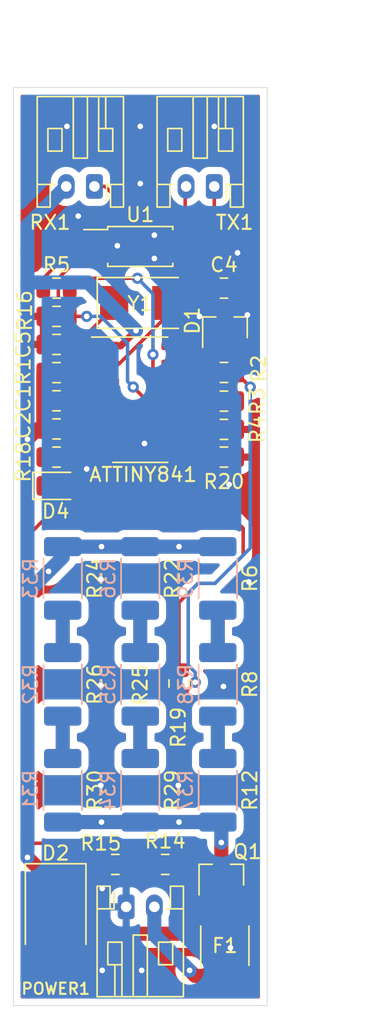
<source format=kicad_pcb>
(kicad_pcb (version 20211014) (generator pcbnew)
  (layers (0 "F.Cu" signal) (31 "B.Cu" signal) (34 "B.Paste" user) (35 "F.Paste" user) (36 "B.SilkS" user "B.Silkscreen") (37 "F.SilkS" user "F.Silkscreen") (38 "B.Mask" user) (39 "F.Mask" user) (44 "Edge.Cuts" user))
  (net 0 "")
  (net 1 "GND")
  (net 2 "VREF")
  (net 3 "TXD0")
  (net 4 "RXD0")
  (net 5 "Net-(ATTINY841-Pad10)")
  (net 6 "SCK")
  (net 7 "MISO")
  (net 8 "Net-(ATTINY841-Pad7)")
  (net 9 "ENABLE")
  (net 10 "DUMP_LOAD_ENABLE")
  (net 11 "Net-(ATTINY841-Pad4)")
  (net 12 "Net-(ATTINY841-Pad3)")
  (net 13 "Net-(ATTINY841-Pad2)")
  (net 14 "VCC")
  (net 15 "Net-(D4-Pad1)")
  (net 16 "Net-(F1-Pad2)")
  (net 17 "Net-(Q1-Pad3)")
  (net 18 "Net-(Q1-Pad1)")
  (net 19 "Net-(R5-Pad1)")
  (net 20 "Net-(R6-Pad2)")
  (net 21 "Net-(R12-Pad1)")
  (net 22 "Net-(R22-Pad2)")
  (net 23 "Net-(R24-Pad2)")
  (net 24 "Net-(R25-Pad2)")
  (net 25 "Net-(R26-Pad2)")
  (net 26 "Net-(TX1-Pad2)")
  (net 27 "Net-(TX1-Pad1)")
  (net 28 "Net-(R31-Pad1)")
  (net 29 "Net-(R32-Pad1)")
  (net 30 "Net-(R34-Pad1)")
  (net 31 "Net-(R35-Pad1)")
  (net 32 "Net-(R37-Pad1)")
  (net 33 "Net-(R38-Pad1)")
  (footprint "Package_SO:SOIC-14_3.9x8.7mm_P1.27mm" (layer "F.Cu") (at 130 64.1)
    (fp_text reference "ATTINY841" (at 0.2 5.3) (layer "F.SilkS"))
    (fp_text value "ATtiny841-SSU")
    (pad "1" smd roundrect locked (at -2.475 -3.81) (size 1.95 0.6) (layers "F.Cu" "F.Paste" "F.Mask") (net 14 "VCC"))
    (pad "2" smd roundrect locked (at -2.475 -2.54) (size 1.95 0.6) (layers "F.Cu" "F.Paste" "F.Mask") (net 13 "Net-(ATTINY841-Pad2)"))
    (pad "3" smd roundrect locked (at -2.475 -1.27) (size 1.95 0.6) (layers "F.Cu" "F.Paste" "F.Mask") (net 12 "Net-(ATTINY841-Pad3)"))
    (pad "4" smd roundrect locked (at -2.475 0) (size 1.95 0.6) (layers "F.Cu" "F.Paste" "F.Mask") (net 11 "Net-(ATTINY841-Pad4)"))
    (pad "5" smd roundrect locked (at -2.475 1.27) (size 1.95 0.6) (layers "F.Cu" "F.Paste" "F.Mask") (net 10 "DUMP_LOAD_ENABLE"))
    (pad "6" smd roundrect locked (at -2.475 2.54) (size 1.95 0.6) (layers "F.Cu" "F.Paste" "F.Mask") (net 9 "ENABLE"))
    (pad "7" smd roundrect locked (at -2.475 3.81) (size 1.95 0.6) (layers "F.Cu" "F.Paste" "F.Mask") (net 8 "Net-(ATTINY841-Pad7)"))
    (pad "8" smd roundrect locked (at 2.475 3.81) (size 1.95 0.6) (layers "F.Cu" "F.Paste" "F.Mask") (net 7 "MISO"))
    (pad "9" smd roundrect locked (at 2.475 2.54) (size 1.95 0.6) (layers "F.Cu" "F.Paste" "F.Mask") (net 6 "SCK"))
    (pad "10" smd roundrect locked (at 2.475 1.27) (size 1.95 0.6) (layers "F.Cu" "F.Paste" "F.Mask") (net 5 "Net-(ATTINY841-Pad10)"))
    (pad "11" smd roundrect locked (at 2.475 0) (size 1.95 0.6) (layers "F.Cu" "F.Paste" "F.Mask") (net 4 "RXD0"))
    (pad "12" smd roundrect locked (at 2.475 -1.27) (size 1.95 0.6) (layers "F.Cu" "F.Paste" "F.Mask") (net 3 "TXD0"))
    (pad "13" smd roundrect locked (at 2.475 -2.54) (size 1.95 0.6) (layers "F.Cu" "F.Paste" "F.Mask") (net 2 "VREF"))
    (pad "14" smd roundrect locked (at 2.475 -3.81) (size 1.95 0.6) (layers "F.Cu" "F.Paste" "F.Mask") (net 1 "GND"))
  )
  (footprint "Capacitor_SMD:C_0805_2012Metric" (layer "F.Cu") (at 124.0625 66.167855)
    (fp_text reference "C2" (at -2.3625 -0.267855 90) (layer "F.SilkS"))
    (fp_text value "1uF")
    (pad "1" smd roundrect locked (at -0.9375 0) (size 0.975 1.4) (layers "F.Cu" "F.Paste" "F.Mask") (net 14 "VCC"))
    (pad "2" smd roundrect locked (at 0.9375 0) (size 0.975 1.4) (layers "F.Cu" "F.Paste" "F.Mask") (net 1 "GND"))
  )
  (footprint "Capacitor_SMD:C_0805_2012Metric" (layer "F.Cu") (at 124.0625 60.187142 180)
    (fp_text reference "C5" (at 2.3625 -0.012858 90) (layer "F.SilkS"))
    (fp_text value "22pF")
    (pad "1" smd roundrect locked (at -0.9375 0 180) (size 0.975 1.4) (layers "F.Cu" "F.Paste" "F.Mask") (net 12 "Net-(ATTINY841-Pad3)"))
    (pad "2" smd roundrect locked (at 0.9375 0 180) (size 0.975 1.4) (layers "F.Cu" "F.Paste" "F.Mask") (net 1 "GND"))
  )
  (footprint "Diode_SMD:D_SMB" (layer "F.Cu") (at 124 100.5 -90)
    (fp_text reference "D2" (at -4.3 0 180) (layer "F.SilkS"))
    (fp_text value "SMBJ5.0A")
    (pad "1" smd rect locked (at -2.15 0 270) (size 2.5 2.3) (layers "F.Cu" "F.Paste" "F.Mask") (net 14 "VCC"))
    (pad "2" smd rect locked (at 2.15 0 270) (size 2.5 2.3) (layers "F.Cu" "F.Paste" "F.Mask") (net 1 "GND"))
  )
  (footprint "Fuse:Fuse_1812_4532Metric" (layer "F.Cu") (at 136 102.75 -90)
    (fp_text reference "F1" (at 0 0 180) (layer "F.SilkS"))
    (fp_text value "mSMD150")
    (pad "1" smd roundrect locked (at -2.1375 0 270) (size 1.125 3.4) (layers "F.Cu" "F.Paste" "F.Mask") (roundrect_rratio 0.222222) (net 14 "VCC"))
    (pad "2" smd roundrect locked (at 2.1375 0 270) (size 1.125 3.4) (layers "F.Cu" "F.Paste" "F.Mask") (roundrect_rratio 0.222222) (net 16 "Net-(F1-Pad2)"))
  )
  (footprint "Connector_JST:JST_PH_S2B-PH-K_1x02_P2.00mm_Horizontal" (layer "F.Cu") (at 129 100)
    (fp_text reference "POWER1" (at -5 5.8 180) (layer "F.SilkS") (effects (font (size 0.8 0.8))))
    (fp_text value "Battery")
    (pad "1" thru_hole roundrect locked (at 0 0) (size 1.2 1.75) (drill 0.75) (layers *.Cu *.Mask) (roundrect_rratio 0.208333) (net 1 "GND"))
    (pad "2" thru_hole oval locked (at 2 0) (size 1.2 1.75) (drill 0.75) (layers *.Cu *.Mask) (net 16 "Net-(F1-Pad2)"))
  )
  (footprint "Package_TO_SOT_SMD:SOT-23" (layer "F.Cu") (at 135.75 97.75 90)
    (fp_text reference "Q1" (at 1.65 1.85 180) (layer "F.SilkS"))
    (fp_text value "AO3400A")
    (pad "1" smd rect locked (at -1 -0.95 90) (size 0.9 0.8) (layers "F.Cu" "F.Paste" "F.Mask") (net 18 "Net-(Q1-Pad1)"))
    (pad "2" smd rect locked (at -1 0.95 90) (size 0.9 0.8) (layers "F.Cu" "F.Paste" "F.Mask") (net 1 "GND"))
    (pad "3" smd rect locked (at 1 0 90) (size 0.9 0.8) (layers "F.Cu" "F.Paste" "F.Mask") (net 17 "Net-(Q1-Pad3)"))
  )
  (footprint "Resistor_SMD:R_0805_2012Metric" (layer "F.Cu") (at 135.9375 64.2)
    (fp_text reference "R3" (at 2.3625 0 90) (layer "F.SilkS"))
    (fp_text value "6.8K")
    (pad "1" smd roundrect locked (at -0.9375 0) (size 0.975 1.4) (layers "F.Cu" "F.Paste" "F.Mask") (net 9 "ENABLE"))
    (pad "2" smd roundrect locked (at 0.9375 0) (size 0.975 1.4) (layers "F.Cu" "F.Paste" "F.Mask") (net 5 "Net-(ATTINY841-Pad10)"))
  )
  (footprint "Resistor_SMD:R_0805_2012Metric" (layer "F.Cu") (at 135.9375 66.2)
    (fp_text reference "R4" (at 2.3625 0 90) (layer "F.SilkS"))
    (fp_text value "2.7K")
    (pad "1" smd roundrect locked (at -0.9375 0) (size 0.975 1.4) (layers "F.Cu" "F.Paste" "F.Mask") (net 5 "Net-(ATTINY841-Pad10)"))
    (pad "2" smd roundrect locked (at 0.9375 0) (size 0.975 1.4) (layers "F.Cu" "F.Paste" "F.Mask") (net 1 "GND"))
  )
  (footprint "Resistor_SMD:R_0805_2012Metric" (layer "F.Cu") (at 124.0625 56.2)
    (fp_text reference "R5" (at 0 -1.65) (layer "F.SilkS"))
    (fp_text value "220OHMS")
    (pad "1" smd roundrect locked (at -0.9375 0) (size 0.975 1.4) (layers "F.Cu" "F.Paste" "F.Mask") (net 19 "Net-(R5-Pad1)"))
    (pad "2" smd roundrect locked (at 0.9375 0) (size 0.975 1.4) (layers "F.Cu" "F.Paste" "F.Mask") (net 3 "TXD0"))
  )
  (footprint "Resistor_SMD:R_2010_5025Metric" (layer "F.Cu") (at 135.5 84.25 -90)
    (fp_text reference "R8" (at 0 -2.28 90) (layer "F.SilkS"))
    (fp_text value "3.3OHM 3/4W")
    (pad "1" smd roundrect locked (at -2.25 0 270) (size 1.35 2.65) (layers "F.Cu" "F.Paste" "F.Mask") (roundrect_rratio 0.185185) (net 20 "Net-(R6-Pad2)"))
    (pad "2" smd roundrect locked (at 2.25 0 270) (size 1.35 2.65) (layers "F.Cu" "F.Paste" "F.Mask") (roundrect_rratio 0.185185) (net 21 "Net-(R12-Pad1)"))
  )
  (footprint "Resistor_SMD:R_2010_5025Metric" (layer "F.Cu") (at 135.5 91.75 -90)
    (fp_text reference "R12" (at 0 -2.28 90) (layer "F.SilkS"))
    (fp_text value "3.3OHM 3/4W")
    (pad "1" smd roundrect locked (at -2.25 0 270) (size 1.35 2.65) (layers "F.Cu" "F.Paste" "F.Mask") (roundrect_rratio 0.185185) (net 21 "Net-(R12-Pad1)"))
    (pad "2" smd roundrect locked (at 2.25 0 270) (size 1.35 2.65) (layers "F.Cu" "F.Paste" "F.Mask") (roundrect_rratio 0.185185) (net 17 "Net-(Q1-Pad3)"))
  )
  (footprint "Resistor_SMD:R_0805_2012Metric" (layer "F.Cu") (at 124.0625 58.2)
    (fp_text reference "R16" (at -2.2625 -0.4 270) (layer "F.SilkS"))
    (fp_text value "4.7KOHMS")
    (pad "1" smd roundrect locked (at -0.9375 0) (size 0.975 1.4) (layers "F.Cu" "F.Paste" "F.Mask") (net 1 "GND"))
    (pad "2" smd roundrect locked (at 0.9375 0) (size 0.975 1.4) (layers "F.Cu" "F.Paste" "F.Mask") (net 4 "RXD0"))
  )
  (footprint "Resistor_SMD:R_0805_2012Metric" (layer "F.Cu") (at 124.0625 68.161426 180)
    (fp_text reference "R18" (at 2.3625 -0.338574 90) (layer "F.SilkS"))
    (fp_text value "2.2KOHMS")
    (pad "1" smd roundrect locked (at -0.9375 0 180) (size 0.975 1.4) (layers "F.Cu" "F.Paste" "F.Mask") (net 1 "GND"))
    (pad "2" smd roundrect locked (at 0.9375 0 180) (size 0.975 1.4) (layers "F.Cu" "F.Paste" "F.Mask") (net 15 "Net-(D4-Pad1)"))
  )
  (footprint "Resistor_SMD:R_0805_2012Metric" (layer "F.Cu") (at 132.75 84.1875 90)
    (fp_text reference "R19" (at -3.1125 -0.05 90) (layer "F.SilkS"))
    (fp_text value "CMFB103F3950FANT")
    (pad "1" smd roundrect locked (at -0.9375 0 90) (size 0.975 1.4) (layers "F.Cu" "F.Paste" "F.Mask") (net 2 "VREF"))
    (pad "2" smd roundrect locked (at 0.9375 0 90) (size 0.975 1.4) (layers "F.Cu" "F.Paste" "F.Mask") (net 6 "SCK"))
  )
  (footprint "Resistor_SMD:R_0805_2012Metric" (layer "F.Cu") (at 135.9375 68.161426)
    (fp_text reference "R20" (at 0 1.738574) (layer "F.SilkS"))
    (fp_text value "10KOHMS")
    (pad "1" smd roundrect locked (at -0.9375 0) (size 0.975 1.4) (layers "F.Cu" "F.Paste" "F.Mask") (net 6 "SCK"))
    (pad "2" smd roundrect locked (at 0.9375 0) (size 0.975 1.4) (layers "F.Cu" "F.Paste" "F.Mask") (net 1 "GND"))
  )
  (footprint "Resistor_SMD:R_2010_5025Metric" (layer "F.Cu") (at 130 84.25 -90)
    (fp_text reference "R25" (at 0.05 0 90) (layer "F.SilkS"))
    (fp_text value "3.3OHM 3/4W")
    (pad "1" smd roundrect locked (at -2.25 0 270) (size 1.35 2.65) (layers "F.Cu" "F.Paste" "F.Mask") (roundrect_rratio 0.185185) (net 22 "Net-(R22-Pad2)"))
    (pad "2" smd roundrect locked (at 2.25 0 270) (size 1.35 2.65) (layers "F.Cu" "F.Paste" "F.Mask") (roundrect_rratio 0.185185) (net 24 "Net-(R25-Pad2)"))
  )
  (footprint "Resistor_SMD:R_2010_5025Metric" (layer "F.Cu") (at 124.5 84.25 -90)
    (fp_text reference "R26" (at 0 -2.28 90) (layer "F.SilkS"))
    (fp_text value "3.3OHM 3/4W")
    (pad "1" smd roundrect locked (at -2.25 0 270) (size 1.35 2.65) (layers "F.Cu" "F.Paste" "F.Mask") (roundrect_rratio 0.185185) (net 23 "Net-(R24-Pad2)"))
    (pad "2" smd roundrect locked (at 2.25 0 270) (size 1.35 2.65) (layers "F.Cu" "F.Paste" "F.Mask") (roundrect_rratio 0.185185) (net 25 "Net-(R26-Pad2)"))
  )
  (footprint "Resistor_SMD:R_2010_5025Metric" (layer "F.Cu") (at 130 91.75 -90)
    (fp_text reference "R29" (at 0 -2.28 90) (layer "F.SilkS"))
    (fp_text value "3.3OHM 3/4W")
    (pad "1" smd roundrect locked (at -2.25 0 270) (size 1.35 2.65) (layers "F.Cu" "F.Paste" "F.Mask") (roundrect_rratio 0.185185) (net 24 "Net-(R25-Pad2)"))
    (pad "2" smd roundrect locked (at 2.25 0 270) (size 1.35 2.65) (layers "F.Cu" "F.Paste" "F.Mask") (roundrect_rratio 0.185185) (net 17 "Net-(Q1-Pad3)"))
  )
  (footprint "Resistor_SMD:R_2010_5025Metric" (layer "F.Cu") (at 124.5 91.75 -90)
    (fp_text reference "R30" (at 0 -2.28 90) (layer "F.SilkS"))
    (fp_text value "3.3OHM 3/4W")
    (pad "1" smd roundrect locked (at -2.25 0 270) (size 1.35 2.65) (layers "F.Cu" "F.Paste" "F.Mask") (roundrect_rratio 0.185185) (net 25 "Net-(R26-Pad2)"))
    (pad "2" smd roundrect locked (at 2.25 0 270) (size 1.35 2.65) (layers "F.Cu" "F.Paste" "F.Mask") (roundrect_rratio 0.185185) (net 17 "Net-(Q1-Pad3)"))
  )
  (footprint "Connector_JST:JST_PH_S2B-PH-K_1x02_P2.00mm_Horizontal" (layer "F.Cu") (at 126.75 49 180)
    (fp_text reference "RX1" (at 3.15 -2.55) (layer "F.SilkS"))
    (fp_text value "RX Connector")
    (pad "1" thru_hole roundrect locked (at 0 0 180) (size 1.2 1.75) (drill 0.75) (layers *.Cu *.Mask) (roundrect_rratio 0.208333) (net 4 "RXD0"))
    (pad "2" thru_hole oval locked (at 2 0 180) (size 1.2 1.75) (drill 0.75) (layers *.Cu *.Mask) (net 14 "VCC"))
  )
  (footprint "Connector_JST:JST_PH_S2B-PH-K_1x02_P2.00mm_Horizontal" (layer "F.Cu") (at 135.25 49 180)
    (fp_text reference "TX1" (at -1.45 -2.55) (layer "F.SilkS"))
    (fp_text value "TX Connector")
    (pad "1" thru_hole roundrect locked (at 0 0 180) (size 1.2 1.75) (drill 0.75) (layers *.Cu *.Mask) (roundrect_rratio 0.208333) (net 27 "Net-(TX1-Pad1)"))
    (pad "2" thru_hole oval locked (at 2 0 180) (size 1.2 1.75) (drill 0.75) (layers *.Cu *.Mask) (net 26 "Net-(TX1-Pad2)"))
  )
  (footprint "Crystal:Crystal_SMD_5032-2Pin_5.0x3.2mm" (layer "F.Cu") (at 130 57.25)
    (fp_text reference "Y1" (at 0 0.05) (layer "F.SilkS"))
    (fp_text value "8MHZ Ceramic Resonator")
    (pad "1" smd rect locked (at -1.85 0) (size 2 2.4) (layers "F.Cu" "F.Paste" "F.Mask") (net 12 "Net-(ATTINY841-Pad3)"))
    (pad "2" smd rect locked (at 1.85 0) (size 2 2.4) (layers "F.Cu" "F.Paste" "F.Mask") (net 13 "Net-(ATTINY841-Pad2)"))
  )
  (footprint "LED_SMD:LED_0805_2012Metric" (layer "F.Cu") (at 124.0625 70.2)
    (fp_text reference "D4" (at -0.0625 1.8) (layer "F.SilkS"))
    (fp_text value "Blue")
    (pad "1" smd roundrect locked (at -0.9375 0) (size 0.975 1.4) (layers "F.Cu" "F.Paste" "F.Mask") (net 15 "Net-(D4-Pad1)"))
    (pad "2" smd roundrect locked (at 0.9375 0) (size 0.975 1.4) (layers "F.Cu" "F.Paste" "F.Mask") (net 8 "Net-(ATTINY841-Pad7)"))
  )
  (footprint "Resistor_SMD:R_2010_5025Metric" (layer "F.Cu") (at 124.5 76.75 -90)
    (fp_text reference "R24" (at 0 -2.28 90) (layer "F.SilkS"))
    (fp_text value "3.3OHM 3/4W")
    (pad "1" smd roundrect locked (at -2.25 0 270) (size 1.35 2.65) (layers "F.Cu" "F.Paste" "F.Mask") (roundrect_rratio 0.185185) (net 14 "VCC"))
    (pad "2" smd roundrect locked (at 2.25 0 270) (size 1.35 2.65) (layers "F.Cu" "F.Paste" "F.Mask") (roundrect_rratio 0.185185) (net 23 "Net-(R24-Pad2)"))
  )
  (footprint "Resistor_SMD:R_2010_5025Metric" (layer "F.Cu") (at 135.5 76.75 -90)
    (fp_text reference "R6" (at 0 -2.28 90) (layer "F.SilkS"))
    (fp_text value "3.3OHM 3/4W")
    (pad "1" smd roundrect locked (at -2.25 0 270) (size 1.35 2.65) (layers "F.Cu" "F.Paste" "F.Mask") (roundrect_rratio 0.185185) (net 14 "VCC"))
    (pad "2" smd roundrect locked (at 2.25 0 270) (size 1.35 2.65) (layers "F.Cu" "F.Paste" "F.Mask") (roundrect_rratio 0.185185) (net 20 "Net-(R6-Pad2)"))
  )
  (footprint "Resistor_SMD:R_2010_5025Metric" (layer "F.Cu") (at 130 76.75 -90)
    (fp_text reference "R22" (at 0 -2.28 90) (layer "F.SilkS"))
    (fp_text value "3.3OHM 3/4W")
    (pad "1" smd roundrect locked (at -2.25 0 270) (size 1.35 2.65) (layers "F.Cu" "F.Paste" "F.Mask") (roundrect_rratio 0.185185) (net 14 "VCC"))
    (pad "2" smd roundrect locked (at 2.25 0 270) (size 1.35 2.65) (layers "F.Cu" "F.Paste" "F.Mask") (roundrect_rratio 0.185185) (net 22 "Net-(R22-Pad2)"))
  )
  (footprint "Capacitor_SMD:C_0805_2012Metric" (layer "F.Cu") (at 135.9375 56.2)
    (fp_text reference "C4" (at 0 -1.65) (layer "F.SilkS"))
    (fp_text value "22pF")
    (pad "1" smd roundrect locked (at -0.9375 0) (size 0.975 1.4) (layers "F.Cu" "F.Paste" "F.Mask") (net 13 "Net-(ATTINY841-Pad2)"))
    (pad "2" smd roundrect locked (at 0.9375 0) (size 0.975 1.4) (layers "F.Cu" "F.Paste" "F.Mask") (net 1 "GND"))
  )
  (footprint "Capacitor_SMD:C_0805_2012Metric" (layer "F.Cu") (at 124.0625 64.174284)
    (fp_text reference "C1" (at -2.3625 -0.174284 90) (layer "F.SilkS"))
    (fp_text value "100nF")
    (pad "1" smd roundrect locked (at -0.9375 0) (size 0.975 1.4) (layers "F.Cu" "F.Paste" "F.Mask") (net 14 "VCC"))
    (pad "2" smd roundrect locked (at 0.9375 0) (size 0.975 1.4) (layers "F.Cu" "F.Paste" "F.Mask") (net 1 "GND"))
  )
  (footprint "Package_SO:SOP-4_4.4x2.6mm_P1.27mm" (layer "F.Cu") (at 130 53.25)
    (fp_text reference "U1" (at 0 -2.25) (layer "F.SilkS"))
    (fp_text value "EL3H7(B)(TA)-G")
    (pad "1" smd roundrect locked (at -3.1875 -0.635) (size 1.625 0.6) (layers "F.Cu" "F.Paste" "F.Mask") (net 19 "Net-(R5-Pad1)"))
    (pad "2" smd roundrect locked (at -3.1875 0.635) (size 1.625 0.6) (layers "F.Cu" "F.Paste" "F.Mask") (net 1 "GND"))
    (pad "3" smd roundrect locked (at 3.1875 0.635) (size 1.625 0.6) (layers "F.Cu" "F.Paste" "F.Mask") (net 27 "Net-(TX1-Pad1)"))
    (pad "4" smd roundrect locked (at 3.1875 -0.635) (size 1.625 0.6) (layers "F.Cu" "F.Paste" "F.Mask") (net 26 "Net-(TX1-Pad2)"))
  )
  (footprint "Resistor_SMD:R_0805_2012Metric" (layer "F.Cu") (at 124.0625 62.180713)
    (fp_text reference "R1" (at -2.3625 -0.080713 90) (layer "F.SilkS"))
    (fp_text value "10KOHMS")
    (pad "1" smd roundrect locked (at -0.9375 0) (size 0.975 1.4) (layers "F.Cu" "F.Paste" "F.Mask") (net 14 "VCC"))
    (pad "2" smd roundrect locked (at 0.9375 0) (size 0.975 1.4) (layers "F.Cu" "F.Paste" "F.Mask") (net 11 "Net-(ATTINY841-Pad4)"))
  )
  (footprint "Resistor_SMD:R_0805_2012Metric" (layer "F.Cu") (at 135.9375 62.17)
    (fp_text reference "R2" (at 2.4625 -0.27 90) (layer "F.SilkS"))
    (fp_text value "1KOHMS")
    (pad "1" smd roundrect locked (at -0.9375 0) (size 0.975 1.4) (layers "F.Cu" "F.Paste" "F.Mask") (net 9 "ENABLE"))
    (pad "2" smd roundrect locked (at 0.9375 0) (size 0.975 1.4) (layers "F.Cu" "F.Paste" "F.Mask") (net 2 "VREF"))
  )
  (footprint "Package_TO_SOT_SMD:SOT-23" (layer "F.Cu") (at 136.0075 59 90)
    (fp_text reference "D1" (at 0.5 -2.3075 90) (layer "F.SilkS"))
    (fp_text value "AZ432ANTR-E1")
    (pad "1" smd rect locked (at -1 -0.95 90) (size 0.9 0.8) (layers "F.Cu" "F.Paste" "F.Mask") (net 2 "VREF"))
    (pad "2" smd rect locked (at -1 0.95 90) (size 0.9 0.8) (layers "F.Cu" "F.Paste" "F.Mask") (net 2 "VREF"))
    (pad "3" smd rect locked (at 1 0 90) (size 0.9 0.8) (layers "F.Cu" "F.Paste" "F.Mask") (net 1 "GND"))
  )
  (footprint "Resistor_SMD:R_0805_2012Metric" (layer "F.Cu") (at 131.77 97)
    (fp_text reference "R14" (at 0 -1.65) (layer "F.SilkS"))
    (fp_text value "510OHMS")
    (pad "1" smd roundrect locked (at -0.9375 0) (size 0.975 1.4) (layers "F.Cu" "F.Paste" "F.Mask") (net 18 "Net-(Q1-Pad1)"))
    (pad "2" smd roundrect locked (at 0.9375 0) (size 0.975 1.4) (layers "F.Cu" "F.Paste" "F.Mask") (net 10 "DUMP_LOAD_ENABLE"))
  )
  (footprint "Resistor_SMD:R_0805_2012Metric" (layer "F.Cu") (at 128.23 97 180)
    (fp_text reference "R15" (at 1.03 1.5) (layer "F.SilkS"))
    (fp_text value "10KOHMS")
    (pad "1" smd roundrect locked (at -0.9375 0 180) (size 0.975 1.4) (layers "F.Cu" "F.Paste" "F.Mask") (net 18 "Net-(Q1-Pad1)"))
    (pad "2" smd roundrect locked (at 0.9375 0 180) (size 0.975 1.4) (layers "F.Cu" "F.Paste" "F.Mask") (net 1 "GND"))
  )
  (footprint "Resistor_SMD:R_2010_5025Metric" (layer "B.Cu") (at 124.5 84.25 -90)
    (fp_text reference "R32" (at 0 2.28 -90) (layer "B.SilkS") (effects (justify mirror)))
    (fp_text value "3.3OHM 3/4W")
    (pad "1" smd roundrect locked (at -2.25 0 270) (size 1.35 2.65) (layers "B.Cu" "B.Paste" "B.Mask") (roundrect_rratio 0.185185) (net 29 "Net-(R32-Pad1)"))
    (pad "2" smd roundrect locked (at 2.25 0 270) (size 1.35 2.65) (layers "B.Cu" "B.Paste" "B.Mask") (roundrect_rratio 0.185185) (net 28 "Net-(R31-Pad1)"))
  )
  (footprint "Resistor_SMD:R_2010_5025Metric" (layer "B.Cu") (at 135.5 76.75 -90)
    (fp_text reference "R39" (at 0 2.28 -90) (layer "B.SilkS") (effects (justify mirror)))
    (fp_text value "3.3OHM 3/4W")
    (pad "1" smd roundrect locked (at -2.25 0 270) (size 1.35 2.65) (layers "B.Cu" "B.Paste" "B.Mask") (roundrect_rratio 0.185185) (net 14 "VCC"))
    (pad "2" smd roundrect locked (at 2.25 0 270) (size 1.35 2.65) (layers "B.Cu" "B.Paste" "B.Mask") (roundrect_rratio 0.185185) (net 33 "Net-(R38-Pad1)"))
  )
  (footprint "Resistor_SMD:R_2010_5025Metric" (layer "B.Cu") (at 124.5 76.75 -90)
    (fp_text reference "R33" (at 0 2.28 -90) (layer "B.SilkS") (effects (justify mirror)))
    (fp_text value "3.3OHM 3/4W")
    (pad "1" smd roundrect locked (at -2.25 0 270) (size 1.35 2.65) (layers "B.Cu" "B.Paste" "B.Mask") (roundrect_rratio 0.185185) (net 14 "VCC"))
    (pad "2" smd roundrect locked (at 2.25 0 270) (size 1.35 2.65) (layers "B.Cu" "B.Paste" "B.Mask") (roundrect_rratio 0.185185) (net 29 "Net-(R32-Pad1)"))
  )
  (footprint "Resistor_SMD:R_2010_5025Metric" (layer "B.Cu") (at 124.5 91.75 -90)
    (fp_text reference "R31" (at 0 2.28 -90) (layer "B.SilkS") (effects (justify mirror)))
    (fp_text value "3.3OHM 3/4W")
    (pad "1" smd roundrect locked (at -2.25 0 270) (size 1.35 2.65) (layers "B.Cu" "B.Paste" "B.Mask") (roundrect_rratio 0.185185) (net 28 "Net-(R31-Pad1)"))
    (pad "2" smd roundrect locked (at 2.25 0 270) (size 1.35 2.65) (layers "B.Cu" "B.Paste" "B.Mask") (roundrect_rratio 0.185185) (net 17 "Net-(Q1-Pad3)"))
  )
  (footprint "Resistor_SMD:R_2010_5025Metric" (layer "B.Cu") (at 130 76.75 -90)
    (fp_text reference "R36" (at 0 2.28 -90) (layer "B.SilkS") (effects (justify mirror)))
    (fp_text value "3.3OHM 3/4W")
    (pad "1" smd roundrect locked (at -2.25 0 270) (size 1.35 2.65) (layers "B.Cu" "B.Paste" "B.Mask") (roundrect_rratio 0.185185) (net 14 "VCC"))
    (pad "2" smd roundrect locked (at 2.25 0 270) (size 1.35 2.65) (layers "B.Cu" "B.Paste" "B.Mask") (roundrect_rratio 0.185185) (net 31 "Net-(R35-Pad1)"))
  )
  (footprint "Resistor_SMD:R_2010_5025Metric" (layer "B.Cu") (at 135.5 84.25 -90)
    (fp_text reference "R38" (at 0 2.28 -90) (layer "B.SilkS") (effects (justify mirror)))
    (fp_text value "3.3OHM 3/4W")
    (pad "1" smd roundrect locked (at -2.25 0 270) (size 1.35 2.65) (layers "B.Cu" "B.Paste" "B.Mask") (roundrect_rratio 0.185185) (net 33 "Net-(R38-Pad1)"))
    (pad "2" smd roundrect locked (at 2.25 0 270) (size 1.35 2.65) (layers "B.Cu" "B.Paste" "B.Mask") (roundrect_rratio 0.185185) (net 32 "Net-(R37-Pad1)"))
  )
  (footprint "Resistor_SMD:R_2010_5025Metric" (layer "B.Cu") (at 130 84.25 -90)
    (fp_text reference "R35" (at 0 2.28 -90) (layer "B.SilkS") (effects (justify mirror)))
    (fp_text value "3.3OHM 3/4W")
    (pad "1" smd roundrect locked (at -2.25 0 270) (size 1.35 2.65) (layers "B.Cu" "B.Paste" "B.Mask") (roundrect_rratio 0.185185) (net 31 "Net-(R35-Pad1)"))
    (pad "2" smd roundrect locked (at 2.25 0 270) (size 1.35 2.65) (layers "B.Cu" "B.Paste" "B.Mask") (roundrect_rratio 0.185185) (net 30 "Net-(R34-Pad1)"))
  )
  (footprint "Resistor_SMD:R_2010_5025Metric" (layer "B.Cu") (at 130 91.75 -90)
    (fp_text reference "R34" (at 0 2.28 -90) (layer "B.SilkS") (effects (justify mirror)))
    (fp_text value "3.3OHM 3/4W")
    (pad "1" smd roundrect locked (at -2.25 0 270) (size 1.35 2.65) (layers "B.Cu" "B.Paste" "B.Mask") (roundrect_rratio 0.185185) (net 30 "Net-(R34-Pad1)"))
    (pad "2" smd roundrect locked (at 2.25 0 270) (size 1.35 2.65) (layers "B.Cu" "B.Paste" "B.Mask") (roundrect_rratio 0.185185) (net 17 "Net-(Q1-Pad3)"))
  )
  (footprint "Resistor_SMD:R_2010_5025Metric" (layer "B.Cu") (at 135.5 91.75 -90)
    (fp_text reference "R37" (at 0 2.28 -90) (layer "B.SilkS") (effects (justify mirror)))
    (fp_text value "3.3OHM 3/4W")
    (pad "1" smd roundrect locked (at -2.25 0 270) (size 1.35 2.65) (layers "B.Cu" "B.Paste" "B.Mask") (roundrect_rratio 0.185185) (net 32 "Net-(R37-Pad1)"))
    (pad "2" smd roundrect locked (at 2.25 0 270) (size 1.35 2.65) (layers "B.Cu" "B.Paste" "B.Mask") (roundrect_rratio 0.185185) (net 17 "Net-(Q1-Pad3)"))
  )
  (gr_line (start 121 107) (end 121 42) (layer "Edge.Cuts") (width 0.05))
  (gr_line (start 121 42) (end 139 42) (layer "Edge.Cuts") (width 0.05))
  (gr_line (start 139 42) (end 139 107) (layer "Edge.Cuts") (width 0.05))
  (gr_line (start 139 107) (end 121 107) (layer "Edge.Cuts") (width 0.05))
  (segment (start 124 101.9) (end 123.9 101.9) (width 0.25) (layer "F.Cu") (net 1))
  (segment (start 136.0075 58) (end 136.0075 57.0675) (width 0.25) (layer "F.Cu") (net 1))
  (segment (start 125.161426 68.161426) (end 126.1 69.1) (width 0.5) (layer "F.Cu") (net 1))
  (segment (start 126.2 69) (end 125.838574 69) (width 0.5) (layer "F.Cu") (net 1))
  (segment (start 125.838574 69) (end 125 68.161426) (width 0.5) (layer "F.Cu") (net 1))
  (segment (start 125 68.161426) (end 125.161426 68.161426) (width 0.25) (layer "F.Cu") (net 1))
  (segment (start 123.125 60.187142) (end 123.95001 61.012152) (width 0.25) (layer "F.Cu") (net 1))
  (segment (start 125 66.167855) (end 125 64.174284) (width 0.25) (layer "F.Cu") (net 1))
  (segment (start 123.95001 63.124294) (end 125 64.174284) (width 0.25) (layer "F.Cu") (net 1))
  (segment (start 136.0075 57.0675) (end 136.875 56.2) (width 0.25) (layer "F.Cu") (net 1))
  (segment (start 123.95001 61.012152) (end 123.95001 63.124294) (width 0.25) (layer "F.Cu") (net 1))
  (segment (start 125 68.161426) (end 125 66.167855) (width 0.25) (layer "F.Cu") (net 1))
  (segment (start 127.69 53.885) (end 128.375 53.2) (width 0.25) (layer "F.Cu") (net 1))
  (segment (start 126.8125 53.885) (end 127.69 53.885) (width 0.25) (layer "F.Cu") (net 1))
  (via (at 135.25 44.75) (size 0.8) (drill 0.4) (layers "F.Cu" "B.Cu") (net 1))
  (via (at 137.6 58.1) (size 0.8) (drill 0.4) (layers "F.Cu" "B.Cu") (net 1))
  (via (at 127.2 91.4) (size 0.8) (drill 0.4) (layers "F.Cu" "B.Cu") (net 1))
  (via (at 127.2 76.8) (size 0.8) (drill 0.4) (layers "F.Cu" "B.Cu") (net 1))
  (via (at 136.9 53.7) (size 0.8) (drill 0.4) (layers "F.Cu" "B.Cu") (net 1))
  (via (at 136.4 102.9) (size 0.8) (drill 0.4) (layers "F.Cu" "B.Cu") (net 1))
  (via (at 130.3 67.2) (size 0.8) (drill 0.4) (layers "F.Cu" "B.Cu") (net 1))
  (via (at 136.3 70.1) (size 0.8) (drill 0.4) (layers "F.Cu" "B.Cu") (net 1))
  (via (at 130 48.8) (size 0.8) (drill 0.4) (layers "F.Cu" "B.Cu") (net 1))
  (via (at 132.7 91.4) (size 0.8) (drill 0.4) (layers "F.Cu" "B.Cu") (net 1))
  (via (at 127.3 104.5) (size 0.8) (drill 0.4) (layers "F.Cu" "B.Cu") (net 1))
  (via (at 125.6 51.1) (size 0.8) (drill 0.4) (layers "F.Cu" "B.Cu") (net 1))
  (via (at 127.2 84.3) (size 0.8) (drill 0.4) (layers "F.Cu" "B.Cu") (net 1))
  (via (at 131 54.1) (size 0.8) (drill 0.4) (layers "F.Cu" "B.Cu") (net 1))
  (via (at 124.8 44.75) (size 0.8) (drill 0.4) (layers "F.Cu" "B.Cu") (net 1))
  (via (at 131 52.45) (size 0.8) (drill 0.4) (layers "F.Cu" "B.Cu") (net 1))
  (via (at 134.2 58.2) (size 0.8) (drill 0.4) (layers "F.Cu" "B.Cu") (net 1))
  (via (at 130.1 104.5) (size 0.8) (drill 0.4) (layers "F.Cu" "B.Cu") (net 1))
  (via (at 137.7 77) (size 0.8) (drill 0.4) (layers "F.Cu" "B.Cu") (net 1))
  (via (at 127.3 98.7) (size 0.8) (drill 0.4) (layers "F.Cu" "B.Cu") (net 1))
  (via (at 135.9 84.4) (size 0.8) (drill 0.4) (layers "F.Cu" "B.Cu") (net 1))
  (via (at 126.2 69) (size 0.8) (drill 0.4) (layers "F.Cu" "B.Cu") (net 1))
  (via (at 132.7 91.4) (size 0.8) (drill 0.4) (layers "F.Cu" "B.Cu") (net 1))
  (via (at 130 44.75) (size 0.8) (drill 0.4) (layers "F.Cu" "B.Cu") (net 1))
  (via (at 128.375 53.2) (size 0.8) (drill 0.4) (layers "F.Cu" "B.Cu") (net 1))
  (segment (start 132.75 85.125) (end 132.875 85.125) (width 0.25) (layer "F.Cu") (net 2))
  (segment (start 136.875 60.0825) (end 136.9575 60) (width 0.25) (layer "F.Cu") (net 2))
  (segment (start 135.0575 60) (end 136.9575 60) (width 0.25) (layer "F.Cu") (net 2))
  (segment (start 136.875 62.17) (end 136.875 60.0825) (width 0.25) (layer "F.Cu") (net 2))
  (segment (start 136.875 62.17) (end 136.875 62.275) (width 0.25) (layer "F.Cu") (net 2))
  (segment (start 136.875 62.275) (end 137.8 63.2) (width 0.25) (layer "F.Cu") (net 2))
  (segment (start 132.875 85.125) (end 133.9 84.1) (width 0.25) (layer "F.Cu") (net 2))
  (segment (start 135.0575 60) (end 133.4975 61.56) (width 0.25) (layer "F.Cu") (net 2))
  (segment (start 133.4975 61.56) (end 132.475 61.56) (width 0.25) (layer "F.Cu") (net 2))
  (via (at 133.9 84.1) (size 0.8) (drill 0.4) (layers "F.Cu" "B.Cu") (net 2))
  (via (at 137.8 63.2) (size 0.8) (drill 0.4) (layers "F.Cu" "B.Cu") (net 2))
  (segment (start 133.9 83.4) (end 133.4 82.9) (width 0.25) (layer "B.Cu") (net 2))
  (segment (start 134.1 77.1) (end 135.3 77.1) (width 0.25) (layer "B.Cu") (net 2))
  (segment (start 133.9 84.1) (end 133.84999 84.04999) (width 0.25) (layer "B.Cu") (net 2))
  (segment (start 137.8 74.6) (end 137.8 63.2) (width 0.25) (layer "B.Cu") (net 2))
  (segment (start 135.3 77.1) (end 137.8 74.6) (width 0.25) (layer "B.Cu") (net 2))
  (segment (start 133.4 82.9) (end 133.4 77.8) (width 0.25) (layer "B.Cu") (net 2))
  (segment (start 133.4 77.8) (end 134.1 77.1) (width 0.25) (layer "B.Cu") (net 2))
  (segment (start 133.9 84.1) (end 133.9 83.4) (width 0.25) (layer "B.Cu") (net 2))
  (segment (start 125 56.2) (end 125.7 55.5) (width 0.25) (layer "F.Cu") (net 3))
  (segment (start 130.9 62.23) (end 130.9 60.9) (width 0.25) (layer "F.Cu") (net 3))
  (segment (start 131.5 62.83) (end 130.9 62.23) (width 0.25) (layer "F.Cu") (net 3))
  (segment (start 132.475 62.83) (end 131.5 62.83) (width 0.25) (layer "F.Cu") (net 3))
  (segment (start 125.7 55.5) (end 129.8 55.5) (width 0.25) (layer "F.Cu") (net 3))
  (via (at 130.9 60.9) (size 0.8) (drill 0.4) (layers "F.Cu" "B.Cu") (net 3))
  (via (at 129.8 55.5) (size 0.8) (drill 0.4) (layers "F.Cu" "B.Cu") (net 3))
  (segment (start 130.9 56.6) (end 129.8 55.5) (width 0.25) (layer "B.Cu") (net 3))
  (segment (start 130.9 60.9) (end 130.9 56.6) (width 0.25) (layer "B.Cu") (net 3))
  (segment (start 126.2 58.2) (end 125 58.2) (width 0.25) (layer "F.Cu") (net 4))
  (segment (start 129.1 53.981768) (end 129.1 50.6) (width 0.25) (layer "F.Cu") (net 4))
  (segment (start 125.18564 54.51001) (end 128.571758 54.51001) (width 0.25) (layer "F.Cu") (net 4))
  (segment (start 127.5 49) (end 126.75 49) (width 0.25) (layer "F.Cu") (net 4))
  (segment (start 124.18749 55.50816) (end 125.18564 54.51001) (width 0.25) (layer "F.Cu") (net 4))
  (segment (start 124.18749 57.38749) (end 124.18749 55.50816) (width 0.25) (layer "F.Cu") (net 4))
  (segment (start 129.1 50.6) (end 127.5 49) (width 0.25) (layer "F.Cu") (net 4))
  (segment (start 128.571758 54.51001) (end 129.1 53.981768) (width 0.25) (layer "F.Cu") (net 4))
  (segment (start 125 58.2) (end 124.18749 57.38749) (width 0.25) (layer "F.Cu") (net 4))
  (segment (start 132.475 64.1) (end 130.4 64.1) (width 0.25) (layer "F.Cu") (net 4))
  (segment (start 130.4 64.1) (end 129.5 63.2) (width 0.25) (layer "F.Cu") (net 4))
  (via (at 129.5 63.2) (size 0.8) (drill 0.4) (layers "F.Cu" "B.Cu") (net 4))
  (via (at 126.2 58.2) (size 0.8) (drill 0.4) (layers "F.Cu" "B.Cu") (net 4))
  (segment (start 129.1 62.8) (end 129.1 60.1) (width 0.25) (layer "B.Cu") (net 4))
  (segment (start 129.5 63.2) (end 129.1 62.8) (width 0.25) (layer "B.Cu") (net 4))
  (segment (start 129.1 60.1) (end 127.2 58.2) (width 0.25) (layer "B.Cu") (net 4))
  (segment (start 127.2 58.2) (end 126.2 58.2) (width 0.25) (layer "B.Cu") (net 4))
  (segment (start 134.17 65.37) (end 135 66.2) (width 0.25) (layer "F.Cu") (net 5))
  (segment (start 135 66.075) (end 135 66.2) (width 0.25) (layer "F.Cu") (net 5))
  (segment (start 136.875 64.2) (end 135 66.075) (width 0.25) (layer "F.Cu") (net 5))
  (segment (start 132.475 65.37) (end 134.17 65.37) (width 0.25) (layer "F.Cu") (net 5))
  (segment (start 135.31319 77.08681) (end 137.3 75.1) (width 0.25) (layer "F.Cu") (net 6))
  (segment (start 137.3 75.1) (end 137.3 73.2) (width 0.25) (layer "F.Cu") (net 6))
  (segment (start 134.1 77.1) (end 135.31319 77.1) (width 0.25) (layer "F.Cu") (net 6))
  (segment (start 132.475 66.64) (end 133.478574 66.64) (width 0.25) (layer "F.Cu") (net 6))
  (segment (start 135 68.161426) (end 135 70.9) (width 0.25) (layer "F.Cu") (net 6))
  (segment (start 135 70.9) (end 137.3 73.2) (width 0.25) (layer "F.Cu") (net 6))
  (segment (start 132.75 83.25) (end 132.75 78.45) (width 0.25) (layer "F.Cu") (net 6))
  (segment (start 132.75 78.45) (end 134.1 77.1) (width 0.25) (layer "F.Cu") (net 6))
  (segment (start 133.478574 66.64) (end 135 68.161426) (width 0.25) (layer "F.Cu") (net 6))
  (segment (start 126.6 70.2) (end 127.525 69.275) (width 0.25) (layer "F.Cu") (net 8))
  (segment (start 127.525 69.275) (end 127.525 67.91) (width 0.25) (layer "F.Cu") (net 8))
  (segment (start 125 70.2) (end 126.6 70.2) (width 0.25) (layer "F.Cu") (net 8))
  (segment (start 126.22499 66.31499) (end 126.22499 65.023242) (width 0.25) (layer "F.Cu") (net 9))
  (segment (start 127.525 66.64) (end 126.55 66.64) (width 0.25) (layer "F.Cu") (net 9))
  (segment (start 126.22499 65.023242) (end 126.523222 64.72501) (width 0.25) (layer "F.Cu") (net 9))
  (segment (start 134.47499 64.72501) (end 135 64.2) (width 0.25) (layer "F.Cu") (net 9))
  (segment (start 126.55 66.64) (end 126.22499 66.31499) (width 0.25) (layer "F.Cu") (net 9))
  (segment (start 126.523222 64.72501) (end 134.47499 64.72501) (width 0.25) (layer "F.Cu") (net 9))
  (segment (start 131.2075 95.5) (end 122.25 95.5) (width 0.25) (layer "F.Cu") (net 10))
  (segment (start 132.7075 97) (end 131.2075 95.5) (width 0.25) (layer "F.Cu") (net 10))
  (segment (start 128.82501 65.69501) (end 128.82501 68.6114) (width 0.25) (layer "F.Cu") (net 10))
  (segment (start 122 73.762546) (end 122 95.25) (width 0.25) (layer "F.Cu") (net 10))
  (segment (start 124.162546 71.6) (end 122 73.762546) (width 0.25) (layer "F.Cu") (net 10))
  (segment (start 125.83641 71.6) (end 124.162546 71.6) (width 0.25) (layer "F.Cu") (net 10))
  (segment (start 128.82501 68.6114) (end 125.83641 71.6) (width 0.25) (layer "F.Cu") (net 10))
  (segment (start 122 95.25) (end 122.25 95.5) (width 0.25) (layer "F.Cu") (net 10))
  (segment (start 128.5 65.37) (end 128.82501 65.69501) (width 0.25) (layer "F.Cu") (net 10))
  (segment (start 127.525 65.37) (end 128.5 65.37) (width 0.25) (layer "F.Cu") (net 10))
  (segment (start 127.525 64.1) (end 126.919287 64.1) (width 0.25) (layer "F.Cu") (net 11))
  (segment (start 126.919287 64.1) (end 125 62.180713) (width 0.25) (layer "F.Cu") (net 11))
  (segment (start 125.4875 60.187142) (end 128.15 57.524642) (width 0.25) (layer "F.Cu") (net 12))
  (segment (start 128.15 57.524642) (end 128.15 57.25) (width 0.25) (layer "F.Cu") (net 12))
  (segment (start 125.81251 60.999652) (end 125 60.187142) (width 0.25) (layer "F.Cu") (net 12))
  (segment (start 125 60.187142) (end 125.4875 60.187142) (width 0.25) (layer "F.Cu") (net 12))
  (segment (start 125.81251 62.09251) (end 125.81251 60.999652) (width 0.25) (layer "F.Cu") (net 12))
  (segment (start 126.55 62.83) (end 125.81251 62.09251) (width 0.25) (layer "F.Cu") (net 12))
  (segment (start 127.525 62.83) (end 126.55 62.83) (width 0.25) (layer "F.Cu") (net 12))
  (segment (start 128.5 61.56) (end 131.85 58.21) (width 0.25) (layer "F.Cu") (net 13))
  (segment (start 131.85 58.21) (end 131.85 57.25) (width 0.25) (layer "F.Cu") (net 13))
  (segment (start 135 56.2) (end 132.9 56.2) (width 0.25) (layer "F.Cu") (net 13))
  (segment (start 132.9 56.2) (end 131.85 57.25) (width 0.25) (layer "F.Cu") (net 13))
  (segment (start 127.525 61.56) (end 128.5 61.56) (width 0.25) (layer "F.Cu") (net 13))
  (segment (start 123.85 98.35) (end 122.5 97) (width 1) (layer "F.Cu") (net 14))
  (segment (start 133.3 101.9) (end 127.90001 101.9) (width 1) (layer "F.Cu") (net 14))
  (segment (start 123.125 66.167855) (end 123.125 64.174284) (width 1) (layer "F.Cu") (net 14))
  (segment (start 124 98.35) (end 123.85 98.35) (width 1) (layer "F.Cu") (net 14))
  (segment (start 127.525 60.29) (end 128.61 60.29) (width 0.5) (layer "F.Cu") (net 14))
  (segment (start 127.55 101.9) (end 124 98.35) (width 1) (layer "F.Cu") (net 14))
  (segment (start 122.732145 66.167855) (end 122 66.9) (width 1) (layer "F.Cu") (net 14))
  (segment (start 127.90001 101.9) (end 127.55 101.9) (width 1) (layer "F.Cu") (net 14))
  (segment (start 124.5 74.5) (end 124.5 75.25) (width 1) (layer "F.Cu") (net 14))
  (segment (start 123.125 66.167855) (end 122.732145 66.167855) (width 1) (layer "F.Cu") (net 14))
  (segment (start 123.125 62.180713) (end 123.125 64.174284) (width 1) (layer "F.Cu") (net 14))
  (segment (start 134.7125 101.9) (end 133.3 101.9) (width 1) (layer "F.Cu") (net 14))
  (segment (start 128.61 60.29) (end 129.7 59.2) (width 0.5) (layer "F.Cu") (net 14))
  (segment (start 124.5 74.5) (end 130 74.5) (width 1) (layer "F.Cu") (net 14))
  (segment (start 124.5 75.25) (end 123.5 76.25) (width 1) (layer "F.Cu") (net 14))
  (segment (start 122.5 97) (end 122 96.5) (width 1) (layer "F.Cu") (net 14))
  (segment (start 135.5 74.5) (end 130 74.5) (width 1) (layer "F.Cu") (net 14))
  (segment (start 136 100.6125) (end 134.7125 101.9) (width 1) (layer "F.Cu") (net 14))
  (via (at 132.75 74.5) (size 0.8) (drill 0.4) (layers "F.Cu" "B.Cu") (net 14))
  (via (at 127.25 74.5) (size 0.8) (drill 0.4) (layers "F.Cu" "B.Cu") (net 14))
  (via (at 122 96.5) (size 0.8) (drill 0.4) (layers "F.Cu" "B.Cu") (net 14))
  (via (at 129.7 59.2) (size 0.8) (drill 0.4) (layers "F.Cu" "B.Cu") (net 14))
  (via (at 122 66.9) (size 0.8) (drill 0.4) (layers "F.Cu" "B.Cu") (net 14))
  (via (at 123.5 76.25) (size 0.8) (drill 0.4) (layers "F.Cu" "B.Cu") (net 14))
  (segment (start 122 51.75) (end 124.75 49) (width 1) (layer "B.Cu") (net 14))
  (segment (start 130 74.5) (end 135.5 74.5) (width 1) (layer "B.Cu") (net 14))
  (segment (start 126.3 55.8) (end 122 55.8) (width 1) (layer "B.Cu") (net 14))
  (segment (start 124.5 75.25) (end 123.5 76.25) (width 1) (layer "B.Cu") (net 14))
  (segment (start 122 95.25) (end 122 77.75) (width 1) (layer "B.Cu") (net 14))
  (segment (start 122 67.5) (end 122 77.75) (width 1) (layer "B.Cu") (net 14))
  (segment (start 124.5 74.5) (end 124.5 75.25) (width 1) (layer "B.Cu") (net 14))
  (segment (start 122 67.5) (end 122 66.9) (width 1) (layer "B.Cu") (net 14))
  (segment (start 122 53.75) (end 122 51.75) (width 1) (layer "B.Cu") (net 14))
  (segment (start 122 55.8) (end 122 53.75) (width 1) (layer "B.Cu") (net 14))
  (segment (start 124.5 74.5) (end 130 74.5) (width 1) (layer "B.Cu") (net 14))
  (segment (start 129.7 59.2) (end 126.3 55.8) (width 1) (layer "B.Cu") (net 14))
  (segment (start 122 96.5) (end 122 95.25) (width 1) (layer "B.Cu") (net 14))
  (segment (start 122 77.75) (end 123.5 76.25) (width 1) (layer "B.Cu") (net 14))
  (segment (start 122 66.9) (end 122 55.8) (width 1) (layer "B.Cu") (net 14))
  (segment (start 123.125 68.161426) (end 123.125 70.2) (width 0.25) (layer "F.Cu") (net 15))
  (segment (start 136 104.8875) (end 133.8875 104.8875) (width 1) (layer "F.Cu") (net 16))
  (segment (start 133.8875 104.8875) (end 133.5 104.5) (width 1) (layer "F.Cu") (net 16))
  (via (at 133.5 104.5) (size 0.8) (drill 0.4) (layers "F.Cu" "B.Cu") (net 16))
  (segment (start 131 102) (end 131 100) (width 1) (layer "B.Cu") (net 16))
  (segment (start 133.5 104.5) (end 131 102) (width 1) (layer "B.Cu") (net 16))
  (segment (start 135.75 95.45) (end 135.75 94.25) (width 1) (layer "F.Cu") (net 17))
  (segment (start 132.8 94) (end 130 94) (width 1) (layer "F.Cu") (net 17))
  (segment (start 127.2 94) (end 124.5 94) (width 1) (layer "F.Cu") (net 17))
  (segment (start 135.5 94) (end 132.8 94) (width 1) (layer "F.Cu") (net 17))
  (segment (start 135.75 96.75) (end 135.75 95.45) (width 1) (layer "F.Cu") (net 17))
  (segment (start 130 94) (end 127.2 94) (width 1) (layer "F.Cu") (net 17))
  (segment (start 135.75 94.25) (end 135.5 94) (width 1) (layer "F.Cu") (net 17))
  (via (at 127.25 94) (size 0.8) (drill 0.4) (layers "F.Cu" "B.Cu") (net 17))
  (via (at 132.75 94) (size 0.8) (drill 0.4) (layers "F.Cu" "B.Cu") (net 17))
  (via (at 135.75 95.45) (size 0.8) (drill 0.4) (layers "F.Cu" "B.Cu") (net 17))
  (segment (start 124.5 94) (end 130 94) (width 1) (layer "B.Cu") (net 17))
  (segment (start 135.75 94.25) (end 135.5 94) (width 1) (layer "B.Cu") (net 17))
  (segment (start 135.75 95.45) (end 135.75 94.25) (width 1) (layer "B.Cu") (net 17))
  (segment (start 130 94) (end 135.5 94) (width 1) (layer "B.Cu") (net 17))
  (segment (start 132.5825 98.75) (end 130.8325 97) (width 0.25) (layer "F.Cu") (net 18))
  (segment (start 134.8 98.75) (end 132.5825 98.75) (width 0.25) (layer "F.Cu") (net 18))
  (segment (start 130.8325 97) (end 129.1675 97) (width 0.25) (layer "F.Cu") (net 18))
  (segment (start 126.01 52.615) (end 126.8125 52.615) (width 0.25) (layer "F.Cu") (net 19))
  (segment (start 123.125 56.2) (end 123.125 55.5) (width 0.25) (layer "F.Cu") (net 19))
  (segment (start 123.125 55.5) (end 126.01 52.615) (width 0.25) (layer "F.Cu") (net 19))
  (segment (start 135.5 79) (end 135.5 82) (width 1) (layer "F.Cu") (net 20))
  (segment (start 135.5 89.5) (end 135.5 86.5) (width 1) (layer "F.Cu") (net 21))
  (segment (start 130 79) (end 130 82) (width 1) (layer "F.Cu") (net 22))
  (segment (start 124.5 79) (end 124.5 82) (width 1) (layer "F.Cu") (net 23))
  (segment (start 130 89.5) (end 130 86.5) (width 1) (layer "F.Cu") (net 24))
  (segment (start 124.5 89.5) (end 124.5 86.5) (width 1) (layer "F.Cu") (net 25))
  (segment (start 133.1875 49.0625) (end 133.25 49) (width 0.25) (layer "F.Cu") (net 26))
  (segment (start 133.1875 52.615) (end 133.1875 49.0625) (width 0.25) (layer "F.Cu") (net 26))
  (segment (start 133.1875 53.885) (end 134 53.885) (width 0.25) (layer "F.Cu") (net 27))
  (segment (start 135.25 52.635) (end 135.25 49) (width 0.25) (layer "F.Cu") (net 27))
  (segment (start 134 53.885) (end 135.25 52.635) (width 0.25) (layer "F.Cu") (net 27))
  (segment (start 124.5 86.5) (end 124.5 89.5) (width 1) (layer "B.Cu") (net 28))
  (segment (start 124.5 79) (end 124.5 82) (width 1) (layer "B.Cu") (net 29))
  (segment (start 130 86.5) (end 130 89.5) (width 1) (layer "B.Cu") (net 30))
  (segment (start 130 79) (end 130 82) (width 1) (layer "B.Cu") (net 31))
  (segment (start 135.5 86.5) (end 135.5 89.5) (width 1) (layer "B.Cu") (net 32))
  (segment (start 135.5 79) (end 135.5 82) (width 1) (layer "B.Cu") (net 33))
  (zone (net 1) (net_name "GND") (layer "F.Cu") (connect_pads (clearance 0.508)) (min_thickness 0.254) (fill yes (thermal_gap 0.508) (thermal_bridge_width 0.508) (smoothing fillet) (radius 1))
    (polygon (pts (xy 139 107) (xy 121 107) (xy 121 42) (xy 139 42)))
  )
  (zone (net 1) (net_name "GND") (layer "B.Cu") (connect_pads (clearance 0.508)) (min_thickness 0.254) (fill yes (thermal_gap 0.508) (thermal_bridge_width 0.508) (smoothing fillet) (radius 2))
    (polygon (pts (xy 139 107) (xy 121 107) (xy 121 42) (xy 139 42)))
  )
)
</source>
